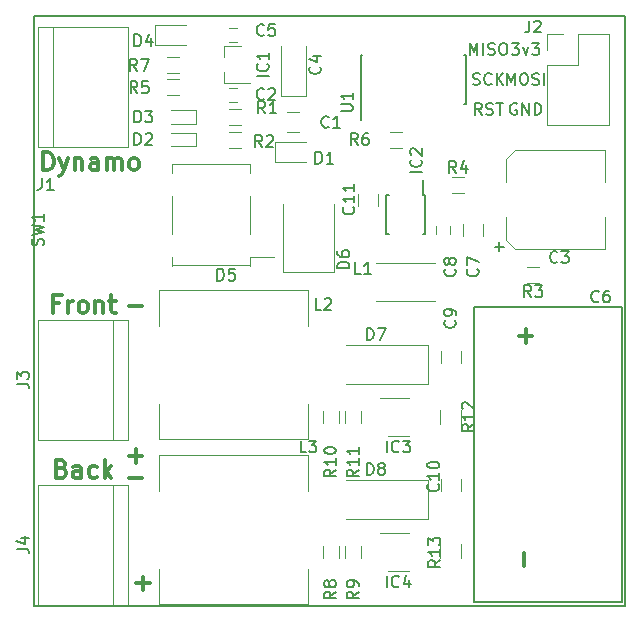
<source format=gbr>
G04 #@! TF.GenerationSoftware,KiCad,Pcbnew,(5.0.0)*
G04 #@! TF.CreationDate,2018-12-18T18:12:34+01:00*
G04 #@! TF.ProjectId,Bikelight,42696B656C696768742E6B696361645F,rev?*
G04 #@! TF.SameCoordinates,Original*
G04 #@! TF.FileFunction,Legend,Top*
G04 #@! TF.FilePolarity,Positive*
%FSLAX46Y46*%
G04 Gerber Fmt 4.6, Leading zero omitted, Abs format (unit mm)*
G04 Created by KiCad (PCBNEW (5.0.0)) date 12/18/18 18:12:34*
%MOMM*%
%LPD*%
G01*
G04 APERTURE LIST*
%ADD10C,0.200000*%
%ADD11C,0.300000*%
%ADD12C,0.150000*%
%ADD13C,0.120000*%
G04 APERTURE END LIST*
D10*
X137882380Y-108402380D02*
X137549047Y-107926190D01*
X137310952Y-108402380D02*
X137310952Y-107402380D01*
X137691904Y-107402380D01*
X137787142Y-107450000D01*
X137834761Y-107497619D01*
X137882380Y-107592857D01*
X137882380Y-107735714D01*
X137834761Y-107830952D01*
X137787142Y-107878571D01*
X137691904Y-107926190D01*
X137310952Y-107926190D01*
X138263333Y-108354761D02*
X138406190Y-108402380D01*
X138644285Y-108402380D01*
X138739523Y-108354761D01*
X138787142Y-108307142D01*
X138834761Y-108211904D01*
X138834761Y-108116666D01*
X138787142Y-108021428D01*
X138739523Y-107973809D01*
X138644285Y-107926190D01*
X138453809Y-107878571D01*
X138358571Y-107830952D01*
X138310952Y-107783333D01*
X138263333Y-107688095D01*
X138263333Y-107592857D01*
X138310952Y-107497619D01*
X138358571Y-107450000D01*
X138453809Y-107402380D01*
X138691904Y-107402380D01*
X138834761Y-107450000D01*
X139120476Y-107402380D02*
X139691904Y-107402380D01*
X139406190Y-108402380D02*
X139406190Y-107402380D01*
X140033571Y-105862380D02*
X140033571Y-104862380D01*
X140366904Y-105576666D01*
X140700238Y-104862380D01*
X140700238Y-105862380D01*
X141366904Y-104862380D02*
X141557380Y-104862380D01*
X141652619Y-104910000D01*
X141747857Y-105005238D01*
X141795476Y-105195714D01*
X141795476Y-105529047D01*
X141747857Y-105719523D01*
X141652619Y-105814761D01*
X141557380Y-105862380D01*
X141366904Y-105862380D01*
X141271666Y-105814761D01*
X141176428Y-105719523D01*
X141128809Y-105529047D01*
X141128809Y-105195714D01*
X141176428Y-105005238D01*
X141271666Y-104910000D01*
X141366904Y-104862380D01*
X142176428Y-105814761D02*
X142319285Y-105862380D01*
X142557380Y-105862380D01*
X142652619Y-105814761D01*
X142700238Y-105767142D01*
X142747857Y-105671904D01*
X142747857Y-105576666D01*
X142700238Y-105481428D01*
X142652619Y-105433809D01*
X142557380Y-105386190D01*
X142366904Y-105338571D01*
X142271666Y-105290952D01*
X142224047Y-105243333D01*
X142176428Y-105148095D01*
X142176428Y-105052857D01*
X142224047Y-104957619D01*
X142271666Y-104910000D01*
X142366904Y-104862380D01*
X142605000Y-104862380D01*
X142747857Y-104910000D01*
X143176428Y-105862380D02*
X143176428Y-104862380D01*
X140414523Y-102322380D02*
X141033571Y-102322380D01*
X140700238Y-102703333D01*
X140843095Y-102703333D01*
X140938333Y-102750952D01*
X140985952Y-102798571D01*
X141033571Y-102893809D01*
X141033571Y-103131904D01*
X140985952Y-103227142D01*
X140938333Y-103274761D01*
X140843095Y-103322380D01*
X140557380Y-103322380D01*
X140462142Y-103274761D01*
X140414523Y-103227142D01*
X141366904Y-102655714D02*
X141605000Y-103322380D01*
X141843095Y-102655714D01*
X142128809Y-102322380D02*
X142747857Y-102322380D01*
X142414523Y-102703333D01*
X142557380Y-102703333D01*
X142652619Y-102750952D01*
X142700238Y-102798571D01*
X142747857Y-102893809D01*
X142747857Y-103131904D01*
X142700238Y-103227142D01*
X142652619Y-103274761D01*
X142557380Y-103322380D01*
X142271666Y-103322380D01*
X142176428Y-103274761D01*
X142128809Y-103227142D01*
X140843095Y-107450000D02*
X140747857Y-107402380D01*
X140605000Y-107402380D01*
X140462142Y-107450000D01*
X140366904Y-107545238D01*
X140319285Y-107640476D01*
X140271666Y-107830952D01*
X140271666Y-107973809D01*
X140319285Y-108164285D01*
X140366904Y-108259523D01*
X140462142Y-108354761D01*
X140605000Y-108402380D01*
X140700238Y-108402380D01*
X140843095Y-108354761D01*
X140890714Y-108307142D01*
X140890714Y-107973809D01*
X140700238Y-107973809D01*
X141319285Y-108402380D02*
X141319285Y-107402380D01*
X141890714Y-108402380D01*
X141890714Y-107402380D01*
X142366904Y-108402380D02*
X142366904Y-107402380D01*
X142605000Y-107402380D01*
X142747857Y-107450000D01*
X142843095Y-107545238D01*
X142890714Y-107640476D01*
X142938333Y-107830952D01*
X142938333Y-107973809D01*
X142890714Y-108164285D01*
X142843095Y-108259523D01*
X142747857Y-108354761D01*
X142605000Y-108402380D01*
X142366904Y-108402380D01*
X137144285Y-105814761D02*
X137287142Y-105862380D01*
X137525238Y-105862380D01*
X137620476Y-105814761D01*
X137668095Y-105767142D01*
X137715714Y-105671904D01*
X137715714Y-105576666D01*
X137668095Y-105481428D01*
X137620476Y-105433809D01*
X137525238Y-105386190D01*
X137334761Y-105338571D01*
X137239523Y-105290952D01*
X137191904Y-105243333D01*
X137144285Y-105148095D01*
X137144285Y-105052857D01*
X137191904Y-104957619D01*
X137239523Y-104910000D01*
X137334761Y-104862380D01*
X137572857Y-104862380D01*
X137715714Y-104910000D01*
X138715714Y-105767142D02*
X138668095Y-105814761D01*
X138525238Y-105862380D01*
X138430000Y-105862380D01*
X138287142Y-105814761D01*
X138191904Y-105719523D01*
X138144285Y-105624285D01*
X138096666Y-105433809D01*
X138096666Y-105290952D01*
X138144285Y-105100476D01*
X138191904Y-105005238D01*
X138287142Y-104910000D01*
X138430000Y-104862380D01*
X138525238Y-104862380D01*
X138668095Y-104910000D01*
X138715714Y-104957619D01*
X139144285Y-105862380D02*
X139144285Y-104862380D01*
X139715714Y-105862380D02*
X139287142Y-105290952D01*
X139715714Y-104862380D02*
X139144285Y-105433809D01*
X136858571Y-103322380D02*
X136858571Y-102322380D01*
X137191904Y-103036666D01*
X137525238Y-102322380D01*
X137525238Y-103322380D01*
X138001428Y-103322380D02*
X138001428Y-102322380D01*
X138430000Y-103274761D02*
X138572857Y-103322380D01*
X138810952Y-103322380D01*
X138906190Y-103274761D01*
X138953809Y-103227142D01*
X139001428Y-103131904D01*
X139001428Y-103036666D01*
X138953809Y-102941428D01*
X138906190Y-102893809D01*
X138810952Y-102846190D01*
X138620476Y-102798571D01*
X138525238Y-102750952D01*
X138477619Y-102703333D01*
X138430000Y-102608095D01*
X138430000Y-102512857D01*
X138477619Y-102417619D01*
X138525238Y-102370000D01*
X138620476Y-102322380D01*
X138858571Y-102322380D01*
X139001428Y-102370000D01*
X139620476Y-102322380D02*
X139810952Y-102322380D01*
X139906190Y-102370000D01*
X140001428Y-102465238D01*
X140049047Y-102655714D01*
X140049047Y-102989047D01*
X140001428Y-103179523D01*
X139906190Y-103274761D01*
X139810952Y-103322380D01*
X139620476Y-103322380D01*
X139525238Y-103274761D01*
X139430000Y-103179523D01*
X139382380Y-102989047D01*
X139382380Y-102655714D01*
X139430000Y-102465238D01*
X139525238Y-102370000D01*
X139620476Y-102322380D01*
D11*
X141033571Y-127107142D02*
X142176428Y-127107142D01*
X141605000Y-127678571D02*
X141605000Y-126535714D01*
X141497857Y-145478571D02*
X141497857Y-146621428D01*
X100775000Y-113073571D02*
X100775000Y-111573571D01*
X101132142Y-111573571D01*
X101346428Y-111645000D01*
X101489285Y-111787857D01*
X101560714Y-111930714D01*
X101632142Y-112216428D01*
X101632142Y-112430714D01*
X101560714Y-112716428D01*
X101489285Y-112859285D01*
X101346428Y-113002142D01*
X101132142Y-113073571D01*
X100775000Y-113073571D01*
X102132142Y-112073571D02*
X102489285Y-113073571D01*
X102846428Y-112073571D02*
X102489285Y-113073571D01*
X102346428Y-113430714D01*
X102275000Y-113502142D01*
X102132142Y-113573571D01*
X103417857Y-112073571D02*
X103417857Y-113073571D01*
X103417857Y-112216428D02*
X103489285Y-112145000D01*
X103632142Y-112073571D01*
X103846428Y-112073571D01*
X103989285Y-112145000D01*
X104060714Y-112287857D01*
X104060714Y-113073571D01*
X105417857Y-113073571D02*
X105417857Y-112287857D01*
X105346428Y-112145000D01*
X105203571Y-112073571D01*
X104917857Y-112073571D01*
X104775000Y-112145000D01*
X105417857Y-113002142D02*
X105275000Y-113073571D01*
X104917857Y-113073571D01*
X104775000Y-113002142D01*
X104703571Y-112859285D01*
X104703571Y-112716428D01*
X104775000Y-112573571D01*
X104917857Y-112502142D01*
X105275000Y-112502142D01*
X105417857Y-112430714D01*
X106132142Y-113073571D02*
X106132142Y-112073571D01*
X106132142Y-112216428D02*
X106203571Y-112145000D01*
X106346428Y-112073571D01*
X106560714Y-112073571D01*
X106703571Y-112145000D01*
X106775000Y-112287857D01*
X106775000Y-113073571D01*
X106775000Y-112287857D02*
X106846428Y-112145000D01*
X106989285Y-112073571D01*
X107203571Y-112073571D01*
X107346428Y-112145000D01*
X107417857Y-112287857D01*
X107417857Y-113073571D01*
X108346428Y-113073571D02*
X108203571Y-113002142D01*
X108132142Y-112930714D01*
X108060714Y-112787857D01*
X108060714Y-112359285D01*
X108132142Y-112216428D01*
X108203571Y-112145000D01*
X108346428Y-112073571D01*
X108560714Y-112073571D01*
X108703571Y-112145000D01*
X108775000Y-112216428D01*
X108846428Y-112359285D01*
X108846428Y-112787857D01*
X108775000Y-112930714D01*
X108703571Y-113002142D01*
X108560714Y-113073571D01*
X108346428Y-113073571D01*
X102104285Y-124352857D02*
X101604285Y-124352857D01*
X101604285Y-125138571D02*
X101604285Y-123638571D01*
X102318571Y-123638571D01*
X102890000Y-125138571D02*
X102890000Y-124138571D01*
X102890000Y-124424285D02*
X102961428Y-124281428D01*
X103032857Y-124210000D01*
X103175714Y-124138571D01*
X103318571Y-124138571D01*
X104032857Y-125138571D02*
X103890000Y-125067142D01*
X103818571Y-124995714D01*
X103747142Y-124852857D01*
X103747142Y-124424285D01*
X103818571Y-124281428D01*
X103890000Y-124210000D01*
X104032857Y-124138571D01*
X104247142Y-124138571D01*
X104390000Y-124210000D01*
X104461428Y-124281428D01*
X104532857Y-124424285D01*
X104532857Y-124852857D01*
X104461428Y-124995714D01*
X104390000Y-125067142D01*
X104247142Y-125138571D01*
X104032857Y-125138571D01*
X105175714Y-124138571D02*
X105175714Y-125138571D01*
X105175714Y-124281428D02*
X105247142Y-124210000D01*
X105390000Y-124138571D01*
X105604285Y-124138571D01*
X105747142Y-124210000D01*
X105818571Y-124352857D01*
X105818571Y-125138571D01*
X106318571Y-124138571D02*
X106890000Y-124138571D01*
X106532857Y-123638571D02*
X106532857Y-124924285D01*
X106604285Y-125067142D01*
X106747142Y-125138571D01*
X106890000Y-125138571D01*
X108013571Y-137267142D02*
X109156428Y-137267142D01*
X108585000Y-137838571D02*
X108585000Y-136695714D01*
X108013571Y-124567142D02*
X109156428Y-124567142D01*
X102318571Y-138322857D02*
X102532857Y-138394285D01*
X102604285Y-138465714D01*
X102675714Y-138608571D01*
X102675714Y-138822857D01*
X102604285Y-138965714D01*
X102532857Y-139037142D01*
X102390000Y-139108571D01*
X101818571Y-139108571D01*
X101818571Y-137608571D01*
X102318571Y-137608571D01*
X102461428Y-137680000D01*
X102532857Y-137751428D01*
X102604285Y-137894285D01*
X102604285Y-138037142D01*
X102532857Y-138180000D01*
X102461428Y-138251428D01*
X102318571Y-138322857D01*
X101818571Y-138322857D01*
X103961428Y-139108571D02*
X103961428Y-138322857D01*
X103890000Y-138180000D01*
X103747142Y-138108571D01*
X103461428Y-138108571D01*
X103318571Y-138180000D01*
X103961428Y-139037142D02*
X103818571Y-139108571D01*
X103461428Y-139108571D01*
X103318571Y-139037142D01*
X103247142Y-138894285D01*
X103247142Y-138751428D01*
X103318571Y-138608571D01*
X103461428Y-138537142D01*
X103818571Y-138537142D01*
X103961428Y-138465714D01*
X105318571Y-139037142D02*
X105175714Y-139108571D01*
X104890000Y-139108571D01*
X104747142Y-139037142D01*
X104675714Y-138965714D01*
X104604285Y-138822857D01*
X104604285Y-138394285D01*
X104675714Y-138251428D01*
X104747142Y-138180000D01*
X104890000Y-138108571D01*
X105175714Y-138108571D01*
X105318571Y-138180000D01*
X105961428Y-139108571D02*
X105961428Y-137608571D01*
X106104285Y-138537142D02*
X106532857Y-139108571D01*
X106532857Y-138108571D02*
X105961428Y-138680000D01*
X108648571Y-148062142D02*
X109791428Y-148062142D01*
X109220000Y-148633571D02*
X109220000Y-147490714D01*
X108013571Y-139172142D02*
X109156428Y-139172142D01*
D12*
X150000000Y-100000000D02*
X150000000Y-150000000D01*
X100000000Y-150000000D02*
X100000000Y-100000000D01*
X150000000Y-150000000D02*
X100000000Y-150000000D01*
X100000000Y-100000000D02*
X150000000Y-100000000D01*
D13*
G04 #@! TO.C,L3*
X123140000Y-137210000D02*
X123140000Y-140210000D01*
X110540000Y-137210000D02*
X123140000Y-137210000D01*
X110540000Y-140210000D02*
X110540000Y-137210000D01*
X110540000Y-149810000D02*
X110540000Y-146810000D01*
X123140000Y-149810000D02*
X110540000Y-149810000D01*
X123140000Y-146810000D02*
X123140000Y-149810000D01*
G04 #@! TO.C,J3*
X106680000Y-125730000D02*
X106680000Y-135890000D01*
X107950000Y-125730000D02*
X100330000Y-125730000D01*
X100330000Y-125730000D02*
X100330000Y-135890000D01*
X100330000Y-135890000D02*
X107950000Y-135890000D01*
X107950000Y-135890000D02*
X107950000Y-125730000D01*
G04 #@! TO.C,IC3*
X129910000Y-135595000D02*
X131710000Y-135595000D01*
X131710000Y-132375000D02*
X129260000Y-132375000D01*
G04 #@! TO.C,IC4*
X129910000Y-147025000D02*
X131710000Y-147025000D01*
X131710000Y-143805000D02*
X129260000Y-143805000D01*
G04 #@! TO.C,J1*
X101600000Y-111125000D02*
X101600000Y-100965000D01*
X100330000Y-111125000D02*
X107950000Y-111125000D01*
X107950000Y-111125000D02*
X107950000Y-100965000D01*
X107950000Y-100965000D02*
X100330000Y-100965000D01*
X100330000Y-100965000D02*
X100330000Y-111125000D01*
G04 #@! TO.C,L2*
X123140000Y-132840000D02*
X123140000Y-135840000D01*
X123140000Y-135840000D02*
X110540000Y-135840000D01*
X110540000Y-135840000D02*
X110540000Y-132840000D01*
X110540000Y-126240000D02*
X110540000Y-123240000D01*
X110540000Y-123240000D02*
X123140000Y-123240000D01*
X123140000Y-123240000D02*
X123140000Y-126240000D01*
G04 #@! TO.C,R3*
X141740000Y-121240000D02*
X142740000Y-121240000D01*
X142740000Y-122600000D02*
X141740000Y-122600000D01*
G04 #@! TO.C,R4*
X136390000Y-114980000D02*
X135390000Y-114980000D01*
X135390000Y-113620000D02*
X136390000Y-113620000D01*
G04 #@! TO.C,R5*
X111260000Y-105365000D02*
X112260000Y-105365000D01*
X112260000Y-106725000D02*
X111260000Y-106725000D01*
G04 #@! TO.C,R6*
X131140000Y-111170000D02*
X130140000Y-111170000D01*
X130140000Y-109810000D02*
X131140000Y-109810000D01*
G04 #@! TO.C,R7*
X112260000Y-104820000D02*
X111260000Y-104820000D01*
X111260000Y-103460000D02*
X112260000Y-103460000D01*
D12*
G04 #@! TO.C,U1*
X127630000Y-107485000D02*
X127655000Y-107485000D01*
X127630000Y-103335000D02*
X127745000Y-103335000D01*
X136530000Y-103335000D02*
X136415000Y-103335000D01*
X136530000Y-107485000D02*
X136415000Y-107485000D01*
X127630000Y-107485000D02*
X127630000Y-103335000D01*
X136530000Y-107485000D02*
X136530000Y-103335000D01*
X127655000Y-107485000D02*
X127655000Y-108860000D01*
D13*
G04 #@! TO.C,C11*
X127420000Y-115070000D02*
X127420000Y-116070000D01*
X129120000Y-116070000D02*
X129120000Y-115070000D01*
G04 #@! TO.C,R8*
X125775000Y-144915000D02*
X125775000Y-145915000D01*
X124415000Y-145915000D02*
X124415000Y-144915000D01*
G04 #@! TO.C,C1*
X121420000Y-109884193D02*
X122420000Y-109884193D01*
X122420000Y-108184193D02*
X121420000Y-108184193D01*
G04 #@! TO.C,C2*
X116490000Y-106080000D02*
X117190000Y-106080000D01*
X117190000Y-107280000D02*
X116490000Y-107280000D01*
G04 #@! TO.C,C8*
X134020000Y-118460000D02*
X134020000Y-117760000D01*
X135220000Y-117760000D02*
X135220000Y-118460000D01*
G04 #@! TO.C,C9*
X136105000Y-129405000D02*
X136105000Y-128405000D01*
X134405000Y-128405000D02*
X134405000Y-129405000D01*
G04 #@! TO.C,C10*
X134405000Y-139200000D02*
X134405000Y-140200000D01*
X136105000Y-140200000D02*
X136105000Y-139200000D01*
D12*
G04 #@! TO.C,IC2*
X133120000Y-115165000D02*
X132945000Y-115165000D01*
X133120000Y-118515000D02*
X132870000Y-118515000D01*
X129770000Y-118515000D02*
X130020000Y-118515000D01*
X129770000Y-115165000D02*
X130020000Y-115165000D01*
X133120000Y-115165000D02*
X133120000Y-118515000D01*
X129770000Y-115165000D02*
X129770000Y-118515000D01*
X132945000Y-115165000D02*
X132945000Y-113915000D01*
D13*
G04 #@! TO.C,J4*
X107950000Y-149860000D02*
X107950000Y-139700000D01*
X100330000Y-149860000D02*
X107950000Y-149860000D01*
X100330000Y-139700000D02*
X100330000Y-149860000D01*
X107950000Y-139700000D02*
X100330000Y-139700000D01*
X106680000Y-139700000D02*
X106680000Y-149860000D01*
G04 #@! TO.C,L1*
X133945000Y-120955000D02*
X128945000Y-120955000D01*
X133945000Y-124155000D02*
X128945000Y-124155000D01*
G04 #@! TO.C,R1*
X117510000Y-109265000D02*
X116510000Y-109265000D01*
X116510000Y-107905000D02*
X117510000Y-107905000D01*
G04 #@! TO.C,R2*
X116510000Y-109810000D02*
X117510000Y-109810000D01*
X117510000Y-111170000D02*
X116510000Y-111170000D01*
G04 #@! TO.C,R9*
X126320000Y-145915000D02*
X126320000Y-144915000D01*
X127680000Y-144915000D02*
X127680000Y-145915000D01*
G04 #@! TO.C,R10*
X124415000Y-134485000D02*
X124415000Y-133485000D01*
X125775000Y-133485000D02*
X125775000Y-134485000D01*
G04 #@! TO.C,R11*
X126320000Y-134485000D02*
X126320000Y-133485000D01*
X127680000Y-133485000D02*
X127680000Y-134485000D01*
G04 #@! TO.C,IC1*
X116080000Y-102560000D02*
X117540000Y-102560000D01*
X116080000Y-105720000D02*
X118240000Y-105720000D01*
X116080000Y-105720000D02*
X116080000Y-104790000D01*
X116080000Y-102560000D02*
X116080000Y-103490000D01*
G04 #@! TO.C,D2*
X113695000Y-111060000D02*
X113695000Y-109920000D01*
X113695000Y-109920000D02*
X111595000Y-109920000D01*
X113695000Y-111060000D02*
X111595000Y-111060000D01*
G04 #@! TO.C,C3*
X140715000Y-111380000D02*
X148335000Y-111380000D01*
X139955000Y-112140000D02*
X140715000Y-111380000D01*
X140715000Y-119760000D02*
X139955000Y-119000000D01*
X148335000Y-119760000D02*
X140715000Y-119760000D01*
X148335000Y-111380000D02*
X148335000Y-114060000D01*
X148335000Y-119760000D02*
X148335000Y-117080000D01*
X139955000Y-112140000D02*
X139955000Y-114060000D01*
X139955000Y-119000000D02*
X139955000Y-117080000D01*
G04 #@! TO.C,C4*
X120870000Y-106790000D02*
X122970000Y-106790000D01*
X122970000Y-106790000D02*
X122970000Y-102540000D01*
X120870000Y-106790000D02*
X120870000Y-102540000D01*
G04 #@! TO.C,C5*
X116490000Y-101000000D02*
X117190000Y-101000000D01*
X117190000Y-102200000D02*
X116490000Y-102200000D01*
D12*
G04 #@! TO.C,C6*
X149760000Y-124660000D02*
X149760000Y-149660000D01*
X149760000Y-149660000D02*
X137260000Y-149660000D01*
X137260000Y-149660000D02*
X137260000Y-124660000D01*
X137260000Y-124660000D02*
X149760000Y-124660000D01*
D13*
G04 #@! TO.C,C7*
X138010000Y-118610000D02*
X138010000Y-117610000D01*
X136310000Y-117610000D02*
X136310000Y-118610000D01*
G04 #@! TO.C,D1*
X120420000Y-110724193D02*
X122970000Y-110724193D01*
X120420000Y-112424193D02*
X122970000Y-112424193D01*
X120420000Y-110724193D02*
X120420000Y-112424193D01*
G04 #@! TO.C,D3*
X113695000Y-109155000D02*
X111595000Y-109155000D01*
X113695000Y-108015000D02*
X111595000Y-108015000D01*
X113695000Y-109155000D02*
X113695000Y-108015000D01*
G04 #@! TO.C,D4*
X110260000Y-100750000D02*
X110260000Y-102450000D01*
X110260000Y-102450000D02*
X112810000Y-102450000D01*
X110260000Y-100750000D02*
X112810000Y-100750000D01*
G04 #@! TO.C,D5*
X118235000Y-121140000D02*
X111635000Y-121140000D01*
X111635000Y-118440000D02*
X111635000Y-115240000D01*
X118235000Y-118440000D02*
X118235000Y-115240000D01*
X111635000Y-112540000D02*
X111635000Y-113340000D01*
X118235000Y-112540000D02*
X111635000Y-112540000D01*
X118235000Y-113340000D02*
X118235000Y-112540000D01*
X118237000Y-121158000D02*
X118237000Y-120396000D01*
X118237000Y-120396000D02*
X120269000Y-120396000D01*
X120269000Y-120396000D02*
X120269000Y-120396000D01*
X111633000Y-120396000D02*
X111633000Y-121158000D01*
X111633000Y-121158000D02*
X111633000Y-121158000D01*
G04 #@! TO.C,D6*
X121040000Y-121660000D02*
X121040000Y-115960000D01*
X125340000Y-121660000D02*
X125340000Y-115960000D01*
X121040000Y-121660000D02*
X125340000Y-121660000D01*
G04 #@! TO.C,D7*
X133305000Y-131190000D02*
X126405000Y-131190000D01*
X133305000Y-127890000D02*
X126405000Y-127890000D01*
X133305000Y-131190000D02*
X133305000Y-127890000D01*
G04 #@! TO.C,D8*
X133305000Y-142620000D02*
X133305000Y-139320000D01*
X133305000Y-139320000D02*
X126405000Y-139320000D01*
X133305000Y-142620000D02*
X126405000Y-142620000D01*
G04 #@! TO.C,R12*
X136135000Y-133385000D02*
X136135000Y-134585000D01*
X134375000Y-134585000D02*
X134375000Y-133385000D01*
G04 #@! TO.C,R13*
X134375000Y-145935000D02*
X134375000Y-144735000D01*
X136135000Y-144735000D02*
X136135000Y-145935000D01*
G04 #@! TO.C,J2*
X143450000Y-101540000D02*
X144780000Y-101540000D01*
X143450000Y-102870000D02*
X143450000Y-101540000D01*
X146050000Y-101540000D02*
X148650000Y-101540000D01*
X146050000Y-104140000D02*
X146050000Y-101540000D01*
X143450000Y-104140000D02*
X146050000Y-104140000D01*
X148650000Y-101540000D02*
X148650000Y-109280000D01*
X143450000Y-104140000D02*
X143450000Y-109280000D01*
X143450000Y-109280000D02*
X148650000Y-109280000D01*
G04 #@! TD*
G04 #@! TO.C,L3*
D12*
X123023333Y-136977380D02*
X122547142Y-136977380D01*
X122547142Y-135977380D01*
X123261428Y-135977380D02*
X123880476Y-135977380D01*
X123547142Y-136358333D01*
X123690000Y-136358333D01*
X123785238Y-136405952D01*
X123832857Y-136453571D01*
X123880476Y-136548809D01*
X123880476Y-136786904D01*
X123832857Y-136882142D01*
X123785238Y-136929761D01*
X123690000Y-136977380D01*
X123404285Y-136977380D01*
X123309047Y-136929761D01*
X123261428Y-136882142D01*
G04 #@! TO.C,J3*
X98512380Y-131143333D02*
X99226666Y-131143333D01*
X99369523Y-131190952D01*
X99464761Y-131286190D01*
X99512380Y-131429047D01*
X99512380Y-131524285D01*
X98512380Y-130762380D02*
X98512380Y-130143333D01*
X98893333Y-130476666D01*
X98893333Y-130333809D01*
X98940952Y-130238571D01*
X98988571Y-130190952D01*
X99083809Y-130143333D01*
X99321904Y-130143333D01*
X99417142Y-130190952D01*
X99464761Y-130238571D01*
X99512380Y-130333809D01*
X99512380Y-130619523D01*
X99464761Y-130714761D01*
X99417142Y-130762380D01*
G04 #@! TO.C,IC3*
X129833809Y-136977380D02*
X129833809Y-135977380D01*
X130881428Y-136882142D02*
X130833809Y-136929761D01*
X130690952Y-136977380D01*
X130595714Y-136977380D01*
X130452857Y-136929761D01*
X130357619Y-136834523D01*
X130310000Y-136739285D01*
X130262380Y-136548809D01*
X130262380Y-136405952D01*
X130310000Y-136215476D01*
X130357619Y-136120238D01*
X130452857Y-136025000D01*
X130595714Y-135977380D01*
X130690952Y-135977380D01*
X130833809Y-136025000D01*
X130881428Y-136072619D01*
X131214761Y-135977380D02*
X131833809Y-135977380D01*
X131500476Y-136358333D01*
X131643333Y-136358333D01*
X131738571Y-136405952D01*
X131786190Y-136453571D01*
X131833809Y-136548809D01*
X131833809Y-136786904D01*
X131786190Y-136882142D01*
X131738571Y-136929761D01*
X131643333Y-136977380D01*
X131357619Y-136977380D01*
X131262380Y-136929761D01*
X131214761Y-136882142D01*
G04 #@! TO.C,IC4*
X129833809Y-148407380D02*
X129833809Y-147407380D01*
X130881428Y-148312142D02*
X130833809Y-148359761D01*
X130690952Y-148407380D01*
X130595714Y-148407380D01*
X130452857Y-148359761D01*
X130357619Y-148264523D01*
X130310000Y-148169285D01*
X130262380Y-147978809D01*
X130262380Y-147835952D01*
X130310000Y-147645476D01*
X130357619Y-147550238D01*
X130452857Y-147455000D01*
X130595714Y-147407380D01*
X130690952Y-147407380D01*
X130833809Y-147455000D01*
X130881428Y-147502619D01*
X131738571Y-147740714D02*
X131738571Y-148407380D01*
X131500476Y-147359761D02*
X131262380Y-148074047D01*
X131881428Y-148074047D01*
G04 #@! TO.C,J1*
X100631666Y-113752380D02*
X100631666Y-114466666D01*
X100584047Y-114609523D01*
X100488809Y-114704761D01*
X100345952Y-114752380D01*
X100250714Y-114752380D01*
X101631666Y-114752380D02*
X101060238Y-114752380D01*
X101345952Y-114752380D02*
X101345952Y-113752380D01*
X101250714Y-113895238D01*
X101155476Y-113990476D01*
X101060238Y-114038095D01*
G04 #@! TO.C,L2*
X124293333Y-124912380D02*
X123817142Y-124912380D01*
X123817142Y-123912380D01*
X124579047Y-124007619D02*
X124626666Y-123960000D01*
X124721904Y-123912380D01*
X124960000Y-123912380D01*
X125055238Y-123960000D01*
X125102857Y-124007619D01*
X125150476Y-124102857D01*
X125150476Y-124198095D01*
X125102857Y-124340952D01*
X124531428Y-124912380D01*
X125150476Y-124912380D01*
G04 #@! TO.C,R3*
X142073333Y-123822380D02*
X141740000Y-123346190D01*
X141501904Y-123822380D02*
X141501904Y-122822380D01*
X141882857Y-122822380D01*
X141978095Y-122870000D01*
X142025714Y-122917619D01*
X142073333Y-123012857D01*
X142073333Y-123155714D01*
X142025714Y-123250952D01*
X141978095Y-123298571D01*
X141882857Y-123346190D01*
X141501904Y-123346190D01*
X142406666Y-122822380D02*
X143025714Y-122822380D01*
X142692380Y-123203333D01*
X142835238Y-123203333D01*
X142930476Y-123250952D01*
X142978095Y-123298571D01*
X143025714Y-123393809D01*
X143025714Y-123631904D01*
X142978095Y-123727142D01*
X142930476Y-123774761D01*
X142835238Y-123822380D01*
X142549523Y-123822380D01*
X142454285Y-123774761D01*
X142406666Y-123727142D01*
G04 #@! TO.C,R4*
X135723333Y-113302380D02*
X135390000Y-112826190D01*
X135151904Y-113302380D02*
X135151904Y-112302380D01*
X135532857Y-112302380D01*
X135628095Y-112350000D01*
X135675714Y-112397619D01*
X135723333Y-112492857D01*
X135723333Y-112635714D01*
X135675714Y-112730952D01*
X135628095Y-112778571D01*
X135532857Y-112826190D01*
X135151904Y-112826190D01*
X136580476Y-112635714D02*
X136580476Y-113302380D01*
X136342380Y-112254761D02*
X136104285Y-112969047D01*
X136723333Y-112969047D01*
G04 #@! TO.C,R5*
X108723133Y-106548180D02*
X108389800Y-106071990D01*
X108151704Y-106548180D02*
X108151704Y-105548180D01*
X108532657Y-105548180D01*
X108627895Y-105595800D01*
X108675514Y-105643419D01*
X108723133Y-105738657D01*
X108723133Y-105881514D01*
X108675514Y-105976752D01*
X108627895Y-106024371D01*
X108532657Y-106071990D01*
X108151704Y-106071990D01*
X109627895Y-105548180D02*
X109151704Y-105548180D01*
X109104085Y-106024371D01*
X109151704Y-105976752D01*
X109246942Y-105929133D01*
X109485038Y-105929133D01*
X109580276Y-105976752D01*
X109627895Y-106024371D01*
X109675514Y-106119609D01*
X109675514Y-106357704D01*
X109627895Y-106452942D01*
X109580276Y-106500561D01*
X109485038Y-106548180D01*
X109246942Y-106548180D01*
X109151704Y-106500561D01*
X109104085Y-106452942D01*
G04 #@! TO.C,R6*
X127382333Y-110942380D02*
X127049000Y-110466190D01*
X126810904Y-110942380D02*
X126810904Y-109942380D01*
X127191857Y-109942380D01*
X127287095Y-109990000D01*
X127334714Y-110037619D01*
X127382333Y-110132857D01*
X127382333Y-110275714D01*
X127334714Y-110370952D01*
X127287095Y-110418571D01*
X127191857Y-110466190D01*
X126810904Y-110466190D01*
X128239476Y-109942380D02*
X128049000Y-109942380D01*
X127953761Y-109990000D01*
X127906142Y-110037619D01*
X127810904Y-110180476D01*
X127763285Y-110370952D01*
X127763285Y-110751904D01*
X127810904Y-110847142D01*
X127858523Y-110894761D01*
X127953761Y-110942380D01*
X128144238Y-110942380D01*
X128239476Y-110894761D01*
X128287095Y-110847142D01*
X128334714Y-110751904D01*
X128334714Y-110513809D01*
X128287095Y-110418571D01*
X128239476Y-110370952D01*
X128144238Y-110323333D01*
X127953761Y-110323333D01*
X127858523Y-110370952D01*
X127810904Y-110418571D01*
X127763285Y-110513809D01*
G04 #@! TO.C,R7*
X108697733Y-104668580D02*
X108364400Y-104192390D01*
X108126304Y-104668580D02*
X108126304Y-103668580D01*
X108507257Y-103668580D01*
X108602495Y-103716200D01*
X108650114Y-103763819D01*
X108697733Y-103859057D01*
X108697733Y-104001914D01*
X108650114Y-104097152D01*
X108602495Y-104144771D01*
X108507257Y-104192390D01*
X108126304Y-104192390D01*
X109031066Y-103668580D02*
X109697733Y-103668580D01*
X109269161Y-104668580D01*
G04 #@! TO.C,U1*
X125944380Y-108076904D02*
X126753904Y-108076904D01*
X126849142Y-108029285D01*
X126896761Y-107981666D01*
X126944380Y-107886428D01*
X126944380Y-107695952D01*
X126896761Y-107600714D01*
X126849142Y-107553095D01*
X126753904Y-107505476D01*
X125944380Y-107505476D01*
X126944380Y-106505476D02*
X126944380Y-107076904D01*
X126944380Y-106791190D02*
X125944380Y-106791190D01*
X126087238Y-106886428D01*
X126182476Y-106981666D01*
X126230095Y-107076904D01*
G04 #@! TO.C,C11*
X127003511Y-116190594D02*
X127051130Y-116238213D01*
X127098749Y-116381070D01*
X127098749Y-116476308D01*
X127051130Y-116619165D01*
X126955892Y-116714403D01*
X126860654Y-116762022D01*
X126670178Y-116809641D01*
X126527321Y-116809641D01*
X126336845Y-116762022D01*
X126241607Y-116714403D01*
X126146369Y-116619165D01*
X126098749Y-116476308D01*
X126098749Y-116381070D01*
X126146369Y-116238213D01*
X126193988Y-116190594D01*
X127098749Y-115238213D02*
X127098749Y-115809641D01*
X127098749Y-115523927D02*
X126098749Y-115523927D01*
X126241607Y-115619165D01*
X126336845Y-115714403D01*
X126384464Y-115809641D01*
X127098749Y-114285832D02*
X127098749Y-114857260D01*
X127098749Y-114571546D02*
X126098749Y-114571546D01*
X126241607Y-114666784D01*
X126336845Y-114762022D01*
X126384464Y-114857260D01*
G04 #@! TO.C,R8*
X125547380Y-148756666D02*
X125071190Y-149090000D01*
X125547380Y-149328095D02*
X124547380Y-149328095D01*
X124547380Y-148947142D01*
X124595000Y-148851904D01*
X124642619Y-148804285D01*
X124737857Y-148756666D01*
X124880714Y-148756666D01*
X124975952Y-148804285D01*
X125023571Y-148851904D01*
X125071190Y-148947142D01*
X125071190Y-149328095D01*
X124975952Y-148185238D02*
X124928333Y-148280476D01*
X124880714Y-148328095D01*
X124785476Y-148375714D01*
X124737857Y-148375714D01*
X124642619Y-148328095D01*
X124595000Y-148280476D01*
X124547380Y-148185238D01*
X124547380Y-147994761D01*
X124595000Y-147899523D01*
X124642619Y-147851904D01*
X124737857Y-147804285D01*
X124785476Y-147804285D01*
X124880714Y-147851904D01*
X124928333Y-147899523D01*
X124975952Y-147994761D01*
X124975952Y-148185238D01*
X125023571Y-148280476D01*
X125071190Y-148328095D01*
X125166428Y-148375714D01*
X125356904Y-148375714D01*
X125452142Y-148328095D01*
X125499761Y-148280476D01*
X125547380Y-148185238D01*
X125547380Y-147994761D01*
X125499761Y-147899523D01*
X125452142Y-147851904D01*
X125356904Y-147804285D01*
X125166428Y-147804285D01*
X125071190Y-147851904D01*
X125023571Y-147899523D01*
X124975952Y-147994761D01*
G04 #@! TO.C,C1*
X124928333Y-109391335D02*
X124880714Y-109438954D01*
X124737857Y-109486573D01*
X124642619Y-109486573D01*
X124499761Y-109438954D01*
X124404523Y-109343716D01*
X124356904Y-109248478D01*
X124309285Y-109058002D01*
X124309285Y-108915145D01*
X124356904Y-108724669D01*
X124404523Y-108629431D01*
X124499761Y-108534193D01*
X124642619Y-108486573D01*
X124737857Y-108486573D01*
X124880714Y-108534193D01*
X124928333Y-108581812D01*
X125880714Y-109486573D02*
X125309285Y-109486573D01*
X125595000Y-109486573D02*
X125595000Y-108486573D01*
X125499761Y-108629431D01*
X125404523Y-108724669D01*
X125309285Y-108772288D01*
G04 #@! TO.C,C2*
X119441933Y-107037142D02*
X119394314Y-107084761D01*
X119251457Y-107132380D01*
X119156219Y-107132380D01*
X119013361Y-107084761D01*
X118918123Y-106989523D01*
X118870504Y-106894285D01*
X118822885Y-106703809D01*
X118822885Y-106560952D01*
X118870504Y-106370476D01*
X118918123Y-106275238D01*
X119013361Y-106180000D01*
X119156219Y-106132380D01*
X119251457Y-106132380D01*
X119394314Y-106180000D01*
X119441933Y-106227619D01*
X119822885Y-106227619D02*
X119870504Y-106180000D01*
X119965742Y-106132380D01*
X120203838Y-106132380D01*
X120299076Y-106180000D01*
X120346695Y-106227619D01*
X120394314Y-106322857D01*
X120394314Y-106418095D01*
X120346695Y-106560952D01*
X119775266Y-107132380D01*
X120394314Y-107132380D01*
G04 #@! TO.C,C8*
X135612142Y-121451666D02*
X135659761Y-121499285D01*
X135707380Y-121642142D01*
X135707380Y-121737380D01*
X135659761Y-121880238D01*
X135564523Y-121975476D01*
X135469285Y-122023095D01*
X135278809Y-122070714D01*
X135135952Y-122070714D01*
X134945476Y-122023095D01*
X134850238Y-121975476D01*
X134755000Y-121880238D01*
X134707380Y-121737380D01*
X134707380Y-121642142D01*
X134755000Y-121499285D01*
X134802619Y-121451666D01*
X135135952Y-120880238D02*
X135088333Y-120975476D01*
X135040714Y-121023095D01*
X134945476Y-121070714D01*
X134897857Y-121070714D01*
X134802619Y-121023095D01*
X134755000Y-120975476D01*
X134707380Y-120880238D01*
X134707380Y-120689761D01*
X134755000Y-120594523D01*
X134802619Y-120546904D01*
X134897857Y-120499285D01*
X134945476Y-120499285D01*
X135040714Y-120546904D01*
X135088333Y-120594523D01*
X135135952Y-120689761D01*
X135135952Y-120880238D01*
X135183571Y-120975476D01*
X135231190Y-121023095D01*
X135326428Y-121070714D01*
X135516904Y-121070714D01*
X135612142Y-121023095D01*
X135659761Y-120975476D01*
X135707380Y-120880238D01*
X135707380Y-120689761D01*
X135659761Y-120594523D01*
X135612142Y-120546904D01*
X135516904Y-120499285D01*
X135326428Y-120499285D01*
X135231190Y-120546904D01*
X135183571Y-120594523D01*
X135135952Y-120689761D01*
G04 #@! TO.C,C9*
X135612142Y-125789666D02*
X135659761Y-125837285D01*
X135707380Y-125980142D01*
X135707380Y-126075380D01*
X135659761Y-126218238D01*
X135564523Y-126313476D01*
X135469285Y-126361095D01*
X135278809Y-126408714D01*
X135135952Y-126408714D01*
X134945476Y-126361095D01*
X134850238Y-126313476D01*
X134755000Y-126218238D01*
X134707380Y-126075380D01*
X134707380Y-125980142D01*
X134755000Y-125837285D01*
X134802619Y-125789666D01*
X135707380Y-125313476D02*
X135707380Y-125123000D01*
X135659761Y-125027761D01*
X135612142Y-124980142D01*
X135469285Y-124884904D01*
X135278809Y-124837285D01*
X134897857Y-124837285D01*
X134802619Y-124884904D01*
X134755000Y-124932523D01*
X134707380Y-125027761D01*
X134707380Y-125218238D01*
X134755000Y-125313476D01*
X134802619Y-125361095D01*
X134897857Y-125408714D01*
X135135952Y-125408714D01*
X135231190Y-125361095D01*
X135278809Y-125313476D01*
X135326428Y-125218238D01*
X135326428Y-125027761D01*
X135278809Y-124932523D01*
X135231190Y-124884904D01*
X135135952Y-124837285D01*
G04 #@! TO.C,C10*
X134189742Y-139657057D02*
X134237361Y-139704676D01*
X134284980Y-139847533D01*
X134284980Y-139942771D01*
X134237361Y-140085628D01*
X134142123Y-140180866D01*
X134046885Y-140228485D01*
X133856409Y-140276104D01*
X133713552Y-140276104D01*
X133523076Y-140228485D01*
X133427838Y-140180866D01*
X133332600Y-140085628D01*
X133284980Y-139942771D01*
X133284980Y-139847533D01*
X133332600Y-139704676D01*
X133380219Y-139657057D01*
X134284980Y-138704676D02*
X134284980Y-139276104D01*
X134284980Y-138990390D02*
X133284980Y-138990390D01*
X133427838Y-139085628D01*
X133523076Y-139180866D01*
X133570695Y-139276104D01*
X133284980Y-138085628D02*
X133284980Y-137990390D01*
X133332600Y-137895152D01*
X133380219Y-137847533D01*
X133475457Y-137799914D01*
X133665933Y-137752295D01*
X133904028Y-137752295D01*
X134094504Y-137799914D01*
X134189742Y-137847533D01*
X134237361Y-137895152D01*
X134284980Y-137990390D01*
X134284980Y-138085628D01*
X134237361Y-138180866D01*
X134189742Y-138228485D01*
X134094504Y-138276104D01*
X133904028Y-138323723D01*
X133665933Y-138323723D01*
X133475457Y-138276104D01*
X133380219Y-138228485D01*
X133332600Y-138180866D01*
X133284980Y-138085628D01*
G04 #@! TO.C,IC2*
X132813749Y-113221927D02*
X131813749Y-113221927D01*
X132718511Y-112174308D02*
X132766130Y-112221927D01*
X132813749Y-112364784D01*
X132813749Y-112460022D01*
X132766130Y-112602879D01*
X132670892Y-112698117D01*
X132575654Y-112745737D01*
X132385178Y-112793356D01*
X132242321Y-112793356D01*
X132051845Y-112745737D01*
X131956607Y-112698117D01*
X131861369Y-112602879D01*
X131813749Y-112460022D01*
X131813749Y-112364784D01*
X131861369Y-112221927D01*
X131908988Y-112174308D01*
X131908988Y-111793356D02*
X131861369Y-111745737D01*
X131813749Y-111650498D01*
X131813749Y-111412403D01*
X131861369Y-111317165D01*
X131908988Y-111269546D01*
X132004226Y-111221927D01*
X132099464Y-111221927D01*
X132242321Y-111269546D01*
X132813749Y-111840975D01*
X132813749Y-111221927D01*
G04 #@! TO.C,J4*
X98512380Y-145113333D02*
X99226666Y-145113333D01*
X99369523Y-145160952D01*
X99464761Y-145256190D01*
X99512380Y-145399047D01*
X99512380Y-145494285D01*
X98845714Y-144208571D02*
X99512380Y-144208571D01*
X98464761Y-144446666D02*
X99179047Y-144684761D01*
X99179047Y-144065714D01*
G04 #@! TO.C,L1*
X127646133Y-121889780D02*
X127169942Y-121889780D01*
X127169942Y-120889780D01*
X128503276Y-121889780D02*
X127931847Y-121889780D01*
X128217561Y-121889780D02*
X128217561Y-120889780D01*
X128122323Y-121032638D01*
X128027085Y-121127876D01*
X127931847Y-121175495D01*
G04 #@! TO.C,R1*
X119543533Y-108249980D02*
X119210200Y-107773790D01*
X118972104Y-108249980D02*
X118972104Y-107249980D01*
X119353057Y-107249980D01*
X119448295Y-107297600D01*
X119495914Y-107345219D01*
X119543533Y-107440457D01*
X119543533Y-107583314D01*
X119495914Y-107678552D01*
X119448295Y-107726171D01*
X119353057Y-107773790D01*
X118972104Y-107773790D01*
X120495914Y-108249980D02*
X119924485Y-108249980D01*
X120210200Y-108249980D02*
X120210200Y-107249980D01*
X120114961Y-107392838D01*
X120019723Y-107488076D01*
X119924485Y-107535695D01*
G04 #@! TO.C,R2*
X119289533Y-111094780D02*
X118956200Y-110618590D01*
X118718104Y-111094780D02*
X118718104Y-110094780D01*
X119099057Y-110094780D01*
X119194295Y-110142400D01*
X119241914Y-110190019D01*
X119289533Y-110285257D01*
X119289533Y-110428114D01*
X119241914Y-110523352D01*
X119194295Y-110570971D01*
X119099057Y-110618590D01*
X118718104Y-110618590D01*
X119670485Y-110190019D02*
X119718104Y-110142400D01*
X119813342Y-110094780D01*
X120051438Y-110094780D01*
X120146676Y-110142400D01*
X120194295Y-110190019D01*
X120241914Y-110285257D01*
X120241914Y-110380495D01*
X120194295Y-110523352D01*
X119622866Y-111094780D01*
X120241914Y-111094780D01*
G04 #@! TO.C,R9*
X127452380Y-148756666D02*
X126976190Y-149090000D01*
X127452380Y-149328095D02*
X126452380Y-149328095D01*
X126452380Y-148947142D01*
X126500000Y-148851904D01*
X126547619Y-148804285D01*
X126642857Y-148756666D01*
X126785714Y-148756666D01*
X126880952Y-148804285D01*
X126928571Y-148851904D01*
X126976190Y-148947142D01*
X126976190Y-149328095D01*
X127452380Y-148280476D02*
X127452380Y-148090000D01*
X127404761Y-147994761D01*
X127357142Y-147947142D01*
X127214285Y-147851904D01*
X127023809Y-147804285D01*
X126642857Y-147804285D01*
X126547619Y-147851904D01*
X126500000Y-147899523D01*
X126452380Y-147994761D01*
X126452380Y-148185238D01*
X126500000Y-148280476D01*
X126547619Y-148328095D01*
X126642857Y-148375714D01*
X126880952Y-148375714D01*
X126976190Y-148328095D01*
X127023809Y-148280476D01*
X127071428Y-148185238D01*
X127071428Y-147994761D01*
X127023809Y-147899523D01*
X126976190Y-147851904D01*
X126880952Y-147804285D01*
G04 #@! TO.C,R10*
X125547380Y-138437857D02*
X125071190Y-138771190D01*
X125547380Y-139009285D02*
X124547380Y-139009285D01*
X124547380Y-138628333D01*
X124595000Y-138533095D01*
X124642619Y-138485476D01*
X124737857Y-138437857D01*
X124880714Y-138437857D01*
X124975952Y-138485476D01*
X125023571Y-138533095D01*
X125071190Y-138628333D01*
X125071190Y-139009285D01*
X125547380Y-137485476D02*
X125547380Y-138056904D01*
X125547380Y-137771190D02*
X124547380Y-137771190D01*
X124690238Y-137866428D01*
X124785476Y-137961666D01*
X124833095Y-138056904D01*
X124547380Y-136866428D02*
X124547380Y-136771190D01*
X124595000Y-136675952D01*
X124642619Y-136628333D01*
X124737857Y-136580714D01*
X124928333Y-136533095D01*
X125166428Y-136533095D01*
X125356904Y-136580714D01*
X125452142Y-136628333D01*
X125499761Y-136675952D01*
X125547380Y-136771190D01*
X125547380Y-136866428D01*
X125499761Y-136961666D01*
X125452142Y-137009285D01*
X125356904Y-137056904D01*
X125166428Y-137104523D01*
X124928333Y-137104523D01*
X124737857Y-137056904D01*
X124642619Y-137009285D01*
X124595000Y-136961666D01*
X124547380Y-136866428D01*
G04 #@! TO.C,R11*
X127452380Y-138437857D02*
X126976190Y-138771190D01*
X127452380Y-139009285D02*
X126452380Y-139009285D01*
X126452380Y-138628333D01*
X126500000Y-138533095D01*
X126547619Y-138485476D01*
X126642857Y-138437857D01*
X126785714Y-138437857D01*
X126880952Y-138485476D01*
X126928571Y-138533095D01*
X126976190Y-138628333D01*
X126976190Y-139009285D01*
X127452380Y-137485476D02*
X127452380Y-138056904D01*
X127452380Y-137771190D02*
X126452380Y-137771190D01*
X126595238Y-137866428D01*
X126690476Y-137961666D01*
X126738095Y-138056904D01*
X127452380Y-136533095D02*
X127452380Y-137104523D01*
X127452380Y-136818809D02*
X126452380Y-136818809D01*
X126595238Y-136914047D01*
X126690476Y-137009285D01*
X126738095Y-137104523D01*
G04 #@! TO.C,IC1*
X119832380Y-105116190D02*
X118832380Y-105116190D01*
X119737142Y-104068571D02*
X119784761Y-104116190D01*
X119832380Y-104259047D01*
X119832380Y-104354285D01*
X119784761Y-104497142D01*
X119689523Y-104592380D01*
X119594285Y-104640000D01*
X119403809Y-104687619D01*
X119260952Y-104687619D01*
X119070476Y-104640000D01*
X118975238Y-104592380D01*
X118880000Y-104497142D01*
X118832380Y-104354285D01*
X118832380Y-104259047D01*
X118880000Y-104116190D01*
X118927619Y-104068571D01*
X119832380Y-103116190D02*
X119832380Y-103687619D01*
X119832380Y-103401904D02*
X118832380Y-103401904D01*
X118975238Y-103497142D01*
X119070476Y-103592380D01*
X119118095Y-103687619D01*
G04 #@! TO.C,D2*
X108481904Y-110942380D02*
X108481904Y-109942380D01*
X108720000Y-109942380D01*
X108862857Y-109990000D01*
X108958095Y-110085238D01*
X109005714Y-110180476D01*
X109053333Y-110370952D01*
X109053333Y-110513809D01*
X109005714Y-110704285D01*
X108958095Y-110799523D01*
X108862857Y-110894761D01*
X108720000Y-110942380D01*
X108481904Y-110942380D01*
X109434285Y-110037619D02*
X109481904Y-109990000D01*
X109577142Y-109942380D01*
X109815238Y-109942380D01*
X109910476Y-109990000D01*
X109958095Y-110037619D01*
X110005714Y-110132857D01*
X110005714Y-110228095D01*
X109958095Y-110370952D01*
X109386666Y-110942380D01*
X110005714Y-110942380D01*
G04 #@! TO.C,C3*
X144283133Y-120829342D02*
X144235514Y-120876961D01*
X144092657Y-120924580D01*
X143997419Y-120924580D01*
X143854561Y-120876961D01*
X143759323Y-120781723D01*
X143711704Y-120686485D01*
X143664085Y-120496009D01*
X143664085Y-120353152D01*
X143711704Y-120162676D01*
X143759323Y-120067438D01*
X143854561Y-119972200D01*
X143997419Y-119924580D01*
X144092657Y-119924580D01*
X144235514Y-119972200D01*
X144283133Y-120019819D01*
X144616466Y-119924580D02*
X145235514Y-119924580D01*
X144902180Y-120305533D01*
X145045038Y-120305533D01*
X145140276Y-120353152D01*
X145187895Y-120400771D01*
X145235514Y-120496009D01*
X145235514Y-120734104D01*
X145187895Y-120829342D01*
X145140276Y-120876961D01*
X145045038Y-120924580D01*
X144759323Y-120924580D01*
X144664085Y-120876961D01*
X144616466Y-120829342D01*
X138984047Y-119551428D02*
X139745952Y-119551428D01*
X139365000Y-119932380D02*
X139365000Y-119170476D01*
G04 #@! TO.C,C4*
X124182142Y-104306666D02*
X124229761Y-104354285D01*
X124277380Y-104497142D01*
X124277380Y-104592380D01*
X124229761Y-104735238D01*
X124134523Y-104830476D01*
X124039285Y-104878095D01*
X123848809Y-104925714D01*
X123705952Y-104925714D01*
X123515476Y-104878095D01*
X123420238Y-104830476D01*
X123325000Y-104735238D01*
X123277380Y-104592380D01*
X123277380Y-104497142D01*
X123325000Y-104354285D01*
X123372619Y-104306666D01*
X123610714Y-103449523D02*
X124277380Y-103449523D01*
X123229761Y-103687619D02*
X123944047Y-103925714D01*
X123944047Y-103306666D01*
G04 #@! TO.C,C5*
X119441933Y-101601542D02*
X119394314Y-101649161D01*
X119251457Y-101696780D01*
X119156219Y-101696780D01*
X119013361Y-101649161D01*
X118918123Y-101553923D01*
X118870504Y-101458685D01*
X118822885Y-101268209D01*
X118822885Y-101125352D01*
X118870504Y-100934876D01*
X118918123Y-100839638D01*
X119013361Y-100744400D01*
X119156219Y-100696780D01*
X119251457Y-100696780D01*
X119394314Y-100744400D01*
X119441933Y-100792019D01*
X120346695Y-100696780D02*
X119870504Y-100696780D01*
X119822885Y-101172971D01*
X119870504Y-101125352D01*
X119965742Y-101077733D01*
X120203838Y-101077733D01*
X120299076Y-101125352D01*
X120346695Y-101172971D01*
X120394314Y-101268209D01*
X120394314Y-101506304D01*
X120346695Y-101601542D01*
X120299076Y-101649161D01*
X120203838Y-101696780D01*
X119965742Y-101696780D01*
X119870504Y-101649161D01*
X119822885Y-101601542D01*
G04 #@! TO.C,C6*
X147788333Y-124182142D02*
X147740714Y-124229761D01*
X147597857Y-124277380D01*
X147502619Y-124277380D01*
X147359761Y-124229761D01*
X147264523Y-124134523D01*
X147216904Y-124039285D01*
X147169285Y-123848809D01*
X147169285Y-123705952D01*
X147216904Y-123515476D01*
X147264523Y-123420238D01*
X147359761Y-123325000D01*
X147502619Y-123277380D01*
X147597857Y-123277380D01*
X147740714Y-123325000D01*
X147788333Y-123372619D01*
X148645476Y-123277380D02*
X148455000Y-123277380D01*
X148359761Y-123325000D01*
X148312142Y-123372619D01*
X148216904Y-123515476D01*
X148169285Y-123705952D01*
X148169285Y-124086904D01*
X148216904Y-124182142D01*
X148264523Y-124229761D01*
X148359761Y-124277380D01*
X148550238Y-124277380D01*
X148645476Y-124229761D01*
X148693095Y-124182142D01*
X148740714Y-124086904D01*
X148740714Y-123848809D01*
X148693095Y-123753571D01*
X148645476Y-123705952D01*
X148550238Y-123658333D01*
X148359761Y-123658333D01*
X148264523Y-123705952D01*
X148216904Y-123753571D01*
X148169285Y-123848809D01*
G04 #@! TO.C,C7*
X137517142Y-121451666D02*
X137564761Y-121499285D01*
X137612380Y-121642142D01*
X137612380Y-121737380D01*
X137564761Y-121880238D01*
X137469523Y-121975476D01*
X137374285Y-122023095D01*
X137183809Y-122070714D01*
X137040952Y-122070714D01*
X136850476Y-122023095D01*
X136755238Y-121975476D01*
X136660000Y-121880238D01*
X136612380Y-121737380D01*
X136612380Y-121642142D01*
X136660000Y-121499285D01*
X136707619Y-121451666D01*
X136612380Y-121118333D02*
X136612380Y-120451666D01*
X137612380Y-120880238D01*
G04 #@! TO.C,D1*
X123798104Y-112517180D02*
X123798104Y-111517180D01*
X124036200Y-111517180D01*
X124179057Y-111564800D01*
X124274295Y-111660038D01*
X124321914Y-111755276D01*
X124369533Y-111945752D01*
X124369533Y-112088609D01*
X124321914Y-112279085D01*
X124274295Y-112374323D01*
X124179057Y-112469561D01*
X124036200Y-112517180D01*
X123798104Y-112517180D01*
X125321914Y-112517180D02*
X124750485Y-112517180D01*
X125036200Y-112517180D02*
X125036200Y-111517180D01*
X124940961Y-111660038D01*
X124845723Y-111755276D01*
X124750485Y-111802895D01*
G04 #@! TO.C,D3*
X108481904Y-109037380D02*
X108481904Y-108037380D01*
X108720000Y-108037380D01*
X108862857Y-108085000D01*
X108958095Y-108180238D01*
X109005714Y-108275476D01*
X109053333Y-108465952D01*
X109053333Y-108608809D01*
X109005714Y-108799285D01*
X108958095Y-108894523D01*
X108862857Y-108989761D01*
X108720000Y-109037380D01*
X108481904Y-109037380D01*
X109386666Y-108037380D02*
X110005714Y-108037380D01*
X109672380Y-108418333D01*
X109815238Y-108418333D01*
X109910476Y-108465952D01*
X109958095Y-108513571D01*
X110005714Y-108608809D01*
X110005714Y-108846904D01*
X109958095Y-108942142D01*
X109910476Y-108989761D01*
X109815238Y-109037380D01*
X109529523Y-109037380D01*
X109434285Y-108989761D01*
X109386666Y-108942142D01*
G04 #@! TO.C,D4*
X108481904Y-102585780D02*
X108481904Y-101585780D01*
X108720000Y-101585780D01*
X108862857Y-101633400D01*
X108958095Y-101728638D01*
X109005714Y-101823876D01*
X109053333Y-102014352D01*
X109053333Y-102157209D01*
X109005714Y-102347685D01*
X108958095Y-102442923D01*
X108862857Y-102538161D01*
X108720000Y-102585780D01*
X108481904Y-102585780D01*
X109910476Y-101919114D02*
X109910476Y-102585780D01*
X109672380Y-101538161D02*
X109434285Y-102252447D01*
X110053333Y-102252447D01*
G04 #@! TO.C,D5*
X115492304Y-122423180D02*
X115492304Y-121423180D01*
X115730400Y-121423180D01*
X115873257Y-121470800D01*
X115968495Y-121566038D01*
X116016114Y-121661276D01*
X116063733Y-121851752D01*
X116063733Y-121994609D01*
X116016114Y-122185085D01*
X115968495Y-122280323D01*
X115873257Y-122375561D01*
X115730400Y-122423180D01*
X115492304Y-122423180D01*
X116968495Y-121423180D02*
X116492304Y-121423180D01*
X116444685Y-121899371D01*
X116492304Y-121851752D01*
X116587542Y-121804133D01*
X116825638Y-121804133D01*
X116920876Y-121851752D01*
X116968495Y-121899371D01*
X117016114Y-121994609D01*
X117016114Y-122232704D01*
X116968495Y-122327942D01*
X116920876Y-122375561D01*
X116825638Y-122423180D01*
X116587542Y-122423180D01*
X116492304Y-122375561D01*
X116444685Y-122327942D01*
G04 #@! TO.C,D6*
X126664980Y-121388095D02*
X125664980Y-121388095D01*
X125664980Y-121150000D01*
X125712600Y-121007142D01*
X125807838Y-120911904D01*
X125903076Y-120864285D01*
X126093552Y-120816666D01*
X126236409Y-120816666D01*
X126426885Y-120864285D01*
X126522123Y-120911904D01*
X126617361Y-121007142D01*
X126664980Y-121150000D01*
X126664980Y-121388095D01*
X125664980Y-119959523D02*
X125664980Y-120150000D01*
X125712600Y-120245238D01*
X125760219Y-120292857D01*
X125903076Y-120388095D01*
X126093552Y-120435714D01*
X126474504Y-120435714D01*
X126569742Y-120388095D01*
X126617361Y-120340476D01*
X126664980Y-120245238D01*
X126664980Y-120054761D01*
X126617361Y-119959523D01*
X126569742Y-119911904D01*
X126474504Y-119864285D01*
X126236409Y-119864285D01*
X126141171Y-119911904D01*
X126093552Y-119959523D01*
X126045933Y-120054761D01*
X126045933Y-120245238D01*
X126093552Y-120340476D01*
X126141171Y-120388095D01*
X126236409Y-120435714D01*
G04 #@! TO.C,D7*
X128166904Y-127452380D02*
X128166904Y-126452380D01*
X128405000Y-126452380D01*
X128547857Y-126500000D01*
X128643095Y-126595238D01*
X128690714Y-126690476D01*
X128738333Y-126880952D01*
X128738333Y-127023809D01*
X128690714Y-127214285D01*
X128643095Y-127309523D01*
X128547857Y-127404761D01*
X128405000Y-127452380D01*
X128166904Y-127452380D01*
X129071666Y-126452380D02*
X129738333Y-126452380D01*
X129309761Y-127452380D01*
G04 #@! TO.C,D8*
X128166904Y-138882380D02*
X128166904Y-137882380D01*
X128405000Y-137882380D01*
X128547857Y-137930000D01*
X128643095Y-138025238D01*
X128690714Y-138120476D01*
X128738333Y-138310952D01*
X128738333Y-138453809D01*
X128690714Y-138644285D01*
X128643095Y-138739523D01*
X128547857Y-138834761D01*
X128405000Y-138882380D01*
X128166904Y-138882380D01*
X129309761Y-138310952D02*
X129214523Y-138263333D01*
X129166904Y-138215714D01*
X129119285Y-138120476D01*
X129119285Y-138072857D01*
X129166904Y-137977619D01*
X129214523Y-137930000D01*
X129309761Y-137882380D01*
X129500238Y-137882380D01*
X129595476Y-137930000D01*
X129643095Y-137977619D01*
X129690714Y-138072857D01*
X129690714Y-138120476D01*
X129643095Y-138215714D01*
X129595476Y-138263333D01*
X129500238Y-138310952D01*
X129309761Y-138310952D01*
X129214523Y-138358571D01*
X129166904Y-138406190D01*
X129119285Y-138501428D01*
X129119285Y-138691904D01*
X129166904Y-138787142D01*
X129214523Y-138834761D01*
X129309761Y-138882380D01*
X129500238Y-138882380D01*
X129595476Y-138834761D01*
X129643095Y-138787142D01*
X129690714Y-138691904D01*
X129690714Y-138501428D01*
X129643095Y-138406190D01*
X129595476Y-138358571D01*
X129500238Y-138310952D01*
G04 #@! TO.C,R12*
X137205980Y-134602457D02*
X136729790Y-134935790D01*
X137205980Y-135173885D02*
X136205980Y-135173885D01*
X136205980Y-134792933D01*
X136253600Y-134697695D01*
X136301219Y-134650076D01*
X136396457Y-134602457D01*
X136539314Y-134602457D01*
X136634552Y-134650076D01*
X136682171Y-134697695D01*
X136729790Y-134792933D01*
X136729790Y-135173885D01*
X137205980Y-133650076D02*
X137205980Y-134221504D01*
X137205980Y-133935790D02*
X136205980Y-133935790D01*
X136348838Y-134031028D01*
X136444076Y-134126266D01*
X136491695Y-134221504D01*
X136301219Y-133269123D02*
X136253600Y-133221504D01*
X136205980Y-133126266D01*
X136205980Y-132888171D01*
X136253600Y-132792933D01*
X136301219Y-132745314D01*
X136396457Y-132697695D01*
X136491695Y-132697695D01*
X136634552Y-132745314D01*
X137205980Y-133316742D01*
X137205980Y-132697695D01*
G04 #@! TO.C,R13*
X134361180Y-146083257D02*
X133884990Y-146416590D01*
X134361180Y-146654685D02*
X133361180Y-146654685D01*
X133361180Y-146273733D01*
X133408800Y-146178495D01*
X133456419Y-146130876D01*
X133551657Y-146083257D01*
X133694514Y-146083257D01*
X133789752Y-146130876D01*
X133837371Y-146178495D01*
X133884990Y-146273733D01*
X133884990Y-146654685D01*
X134361180Y-145130876D02*
X134361180Y-145702304D01*
X134361180Y-145416590D02*
X133361180Y-145416590D01*
X133504038Y-145511828D01*
X133599276Y-145607066D01*
X133646895Y-145702304D01*
X133361180Y-144797542D02*
X133361180Y-144178495D01*
X133742133Y-144511828D01*
X133742133Y-144368971D01*
X133789752Y-144273733D01*
X133837371Y-144226114D01*
X133932609Y-144178495D01*
X134170704Y-144178495D01*
X134265942Y-144226114D01*
X134313561Y-144273733D01*
X134361180Y-144368971D01*
X134361180Y-144654685D01*
X134313561Y-144749923D01*
X134265942Y-144797542D01*
G04 #@! TO.C,SW1*
X100734761Y-119443333D02*
X100782380Y-119300476D01*
X100782380Y-119062380D01*
X100734761Y-118967142D01*
X100687142Y-118919523D01*
X100591904Y-118871904D01*
X100496666Y-118871904D01*
X100401428Y-118919523D01*
X100353809Y-118967142D01*
X100306190Y-119062380D01*
X100258571Y-119252857D01*
X100210952Y-119348095D01*
X100163333Y-119395714D01*
X100068095Y-119443333D01*
X99972857Y-119443333D01*
X99877619Y-119395714D01*
X99830000Y-119348095D01*
X99782380Y-119252857D01*
X99782380Y-119014761D01*
X99830000Y-118871904D01*
X99782380Y-118538571D02*
X100782380Y-118300476D01*
X100068095Y-118110000D01*
X100782380Y-117919523D01*
X99782380Y-117681428D01*
X100782380Y-116776666D02*
X100782380Y-117348095D01*
X100782380Y-117062380D02*
X99782380Y-117062380D01*
X99925238Y-117157619D01*
X100020476Y-117252857D01*
X100068095Y-117348095D01*
G04 #@! TO.C,J2*
X141906666Y-100417380D02*
X141906666Y-101131666D01*
X141859047Y-101274523D01*
X141763809Y-101369761D01*
X141620952Y-101417380D01*
X141525714Y-101417380D01*
X142335238Y-100512619D02*
X142382857Y-100465000D01*
X142478095Y-100417380D01*
X142716190Y-100417380D01*
X142811428Y-100465000D01*
X142859047Y-100512619D01*
X142906666Y-100607857D01*
X142906666Y-100703095D01*
X142859047Y-100845952D01*
X142287619Y-101417380D01*
X142906666Y-101417380D01*
G04 #@! TD*
M02*

</source>
